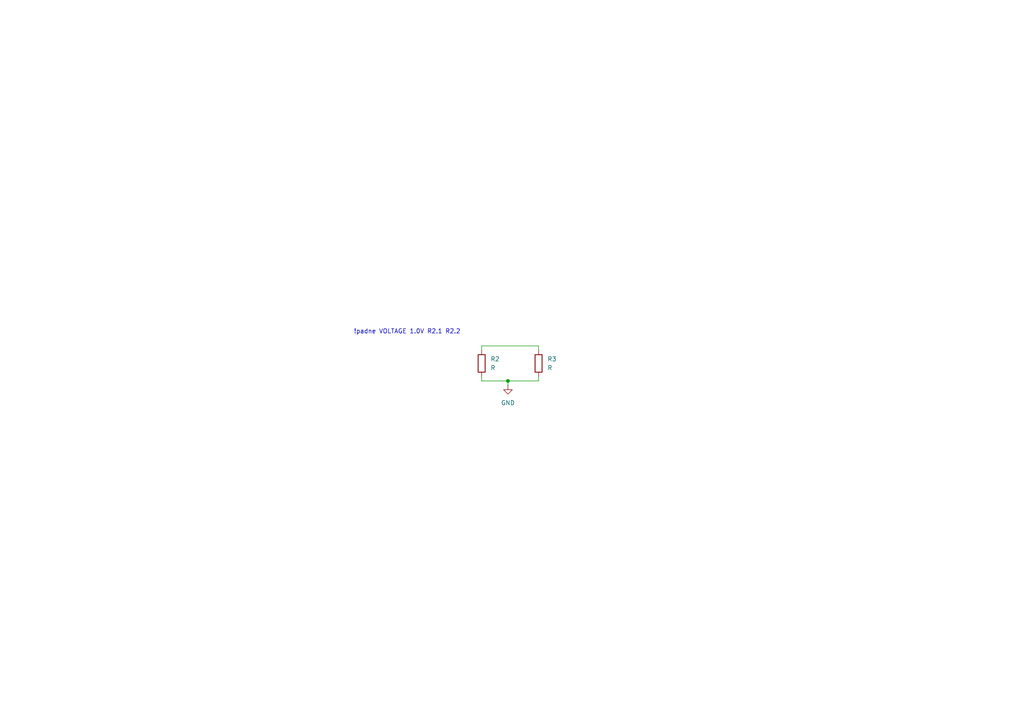
<source format=kicad_sch>
(kicad_sch (version 20231120) (generator "eeschema") (generator_version "8.0")
  (paper "A4")
  (lib_symbols
    (symbol "Device:R" (pin_numbers hide) (pin_names (offset 0))
      (property "Reference" "R" (at 2.032 0 90))
      (property "Value" "R" (at 0 0 90))
      (symbol "R_0_1"
        (rectangle (start -1.016 -2.54) (end 1.016 2.54) (stroke (width 0.254)))
      )
      (symbol "R_1_1"
        (pin passive line (at 0 3.81 270) (length 1.27) (name "~") (number "1"))
        (pin passive line (at 0 -3.81 90) (length 1.27) (name "~") (number "2"))
      )
    )
    (symbol "power:GND" (power) (pin_numbers hide) (pin_names (offset 0) hide)
      (property "Value" "GND" (at 0 -3.81 0))
      (symbol "GND_0_1"
        (polyline (pts (xy 0 0) (xy 0 -1.27) (xy 1.27 -1.27) (xy 0 -2.54) (xy -1.27 -1.27) (xy 0 -1.27)))
      )
      (symbol "GND_1_1"
        (pin power_in line (at 0 0 270) (length 0) (name "~") (number "1"))
      )
    )
  )
  (junction (at 147.32 110.49))
  (wire (pts (xy 156.21 100.33) (xy 156.21 101.6)))
  (wire (pts (xy 139.7 110.49) (xy 147.32 110.49)))
  (wire (pts (xy 139.7 110.49) (xy 139.7 109.22)))
  (wire (pts (xy 156.21 110.49) (xy 156.21 109.22)))
  (wire (pts (xy 147.32 110.49) (xy 147.32 111.76)))
  (wire (pts (xy 139.7 100.33) (xy 156.21 100.33)))
  (wire (pts (xy 147.32 110.49) (xy 156.21 110.49)))
  (wire (pts (xy 139.7 101.6) (xy 139.7 100.33)))
  (text "!padne VOLTAGE 1.0V R2.1 R2.2" (at 118.11 96.266 0) (effects (font (size 1.27 1.27))))
  (symbol (lib_id "Device:R") (at 139.7 105.41 0) (unit 1)
    (property "Reference" "R2" (at 142.24 104.1399 0) (effects (justify left)))
    (property "Value" "R" (at 142.24 106.6799 0) (effects (justify left)))
    (property "Footprint" "Resistor_SMD:R_0603_1608Metric" (effects (hide yes)))
    (property "Description" "Resistor" (effects (hide yes)))
  )
  (symbol (lib_id "Device:R") (at 156.21 105.41 0) (unit 1)
    (property "Reference" "R3" (at 158.75 104.1399 0) (effects (justify left)))
    (property "Value" "R" (at 158.75 106.6799 0) (effects (justify left)))
    (property "Footprint" "Resistor_SMD:R_0603_1608Metric" (effects (hide yes)))
    (property "Description" "Resistor" (effects (hide yes)))
  )
  (symbol (lib_id "power:GND") (at 147.32 111.76 0) (unit 1)
    (property "Reference" "#PWR01" (effects (hide yes)))
    (property "Value" "GND" (at 147.32 116.84 0))
    (property "Description" "Power symbol creates a global label with name \"GND\" , ground" (effects (hide yes)))
  )
)
</source>
